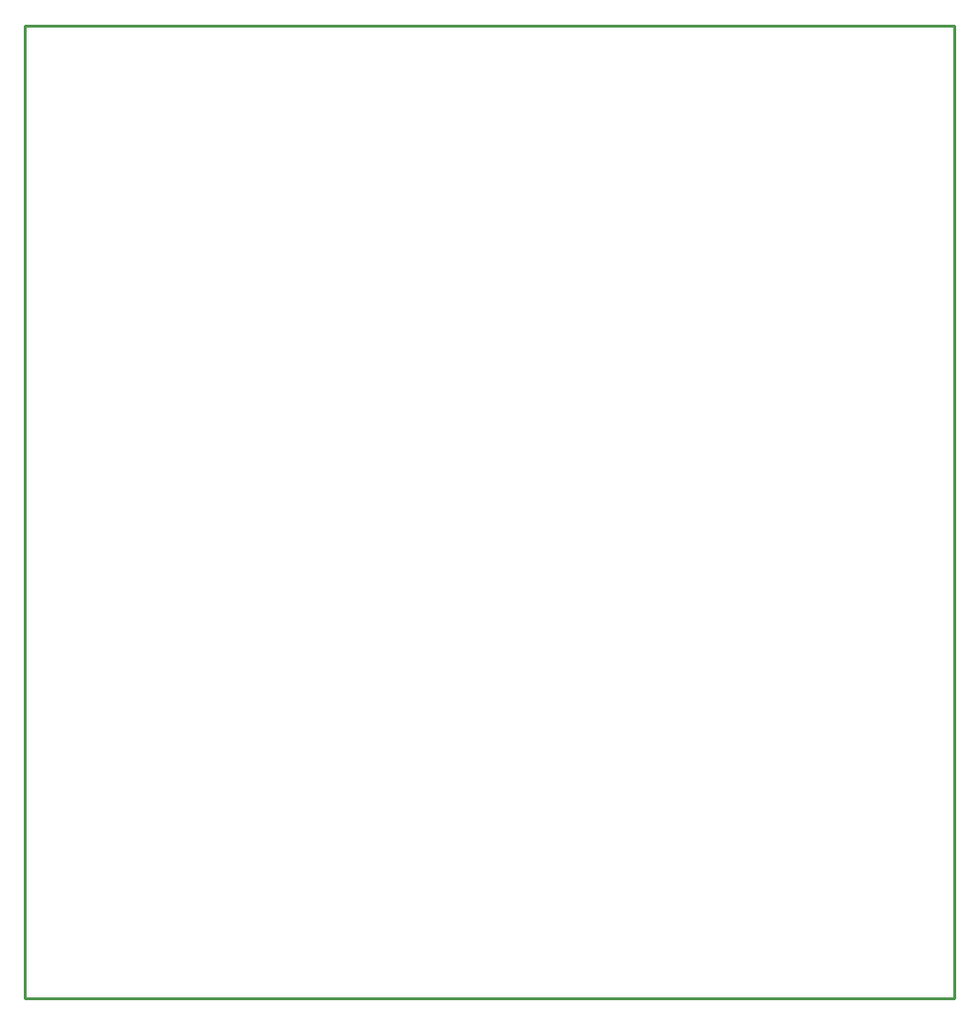
<source format=gko>
%FSLAX25Y25*%
%MOIN*%
G70*
G01*
G75*
G04 Layer_Color=16711935*
%ADD10O,0.07874X0.01201*%
%ADD11R,0.05512X0.04724*%
%ADD12R,0.04724X0.05512*%
%ADD13O,0.08661X0.02362*%
%ADD14O,0.07087X0.01772*%
%ADD15R,0.08661X0.07874*%
%ADD16R,0.07874X0.08661*%
%ADD17O,0.09843X0.02756*%
%ADD18O,0.02756X0.09843*%
%ADD19O,0.02362X0.08661*%
%ADD20R,0.06693X0.04331*%
%ADD21R,0.09449X0.10236*%
%ADD22R,0.10236X0.04331*%
%ADD23C,0.01575*%
%ADD24C,0.00787*%
%ADD25C,0.04724*%
%ADD26C,0.02362*%
%ADD27C,0.02756*%
%ADD28C,0.03937*%
%ADD29R,0.05906X0.05906*%
%ADD30C,0.05906*%
%ADD31R,0.27559X0.27559*%
%ADD32R,0.05906X0.05906*%
%ADD33C,0.06654*%
%ADD34R,0.06654X0.06654*%
%ADD35C,0.18740*%
%ADD36C,0.03583*%
%ADD37C,0.05906*%
%ADD38C,0.00984*%
%ADD39C,0.00800*%
%ADD40C,0.01181*%
%ADD41C,0.00591*%
%ADD42O,0.08677X0.02004*%
%ADD43R,0.06315X0.05528*%
%ADD44R,0.05528X0.06315*%
%ADD45O,0.09465X0.03165*%
%ADD46O,0.07890X0.02575*%
%ADD47R,0.09465X0.08677*%
%ADD48R,0.08677X0.09465*%
%ADD49O,0.10646X0.03559*%
%ADD50O,0.03559X0.10646*%
%ADD51O,0.03165X0.09465*%
%ADD52R,0.07496X0.05134*%
%ADD53R,0.10252X0.11039*%
%ADD54R,0.11039X0.05134*%
%ADD55R,0.06709X0.06709*%
%ADD56C,0.06709*%
%ADD57R,0.28362X0.28362*%
%ADD58R,0.06709X0.06709*%
%ADD59C,0.07457*%
%ADD60R,0.07457X0.07457*%
%ADD61C,0.19543*%
%ADD62C,0.04386*%
%ADD63C,0.01000*%
D63*
X-0Y340551D02*
X325787D01*
Y0D02*
Y340551D01*
X0Y0D02*
X325787D01*
X-0D02*
Y340551D01*
M02*

</source>
